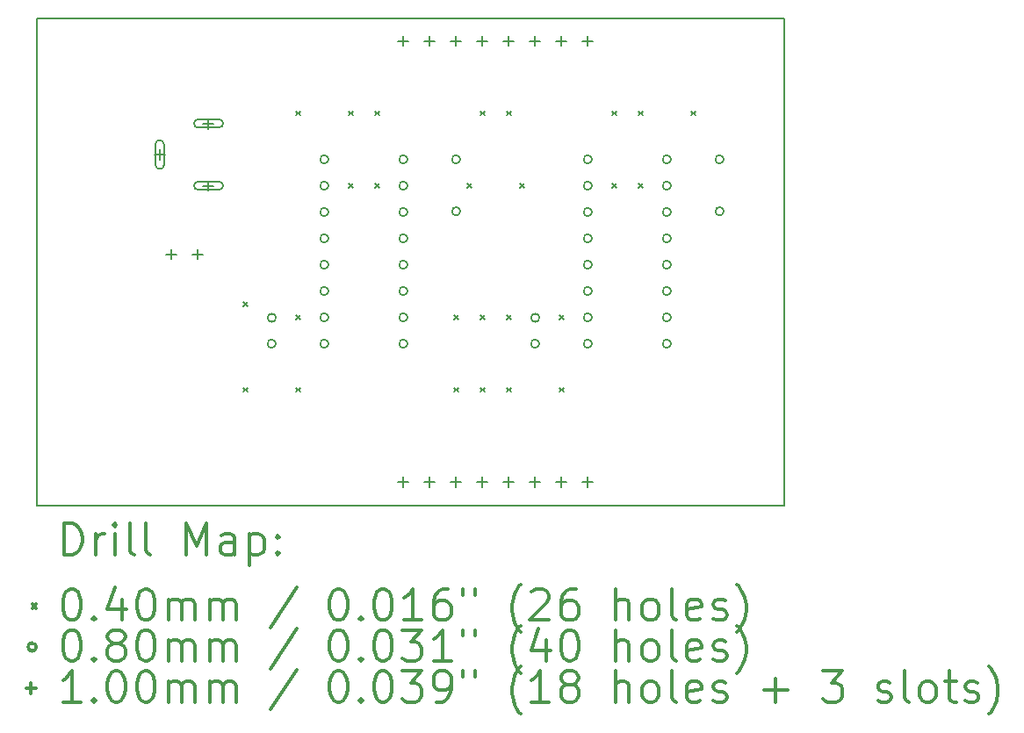
<source format=gbr>
%FSLAX45Y45*%
G04 Gerber Fmt 4.5, Leading zero omitted, Abs format (unit mm)*
G04 Created by KiCad (PCBNEW 4.0.1-stable) date 2017年05月07日日曜日 11:35:40*
%MOMM*%
G01*
G04 APERTURE LIST*
%ADD10C,0.127000*%
%ADD11C,0.150000*%
%ADD12C,0.200000*%
%ADD13C,0.300000*%
G04 APERTURE END LIST*
D10*
D11*
X11200000Y-13500000D02*
X18400000Y-13500000D01*
X11200000Y-8800000D02*
X11200000Y-13500000D01*
X18400000Y-8800000D02*
X18400000Y-13500000D01*
X11200000Y-8800000D02*
X18400000Y-8800000D01*
D12*
X13188000Y-11537000D02*
X13228000Y-11577000D01*
X13228000Y-11537000D02*
X13188000Y-11577000D01*
X13188000Y-12362500D02*
X13228000Y-12402500D01*
X13228000Y-12362500D02*
X13188000Y-12402500D01*
X13696000Y-9695500D02*
X13736000Y-9735500D01*
X13736000Y-9695500D02*
X13696000Y-9735500D01*
X13696000Y-11664000D02*
X13736000Y-11704000D01*
X13736000Y-11664000D02*
X13696000Y-11704000D01*
X13696000Y-12362500D02*
X13736000Y-12402500D01*
X13736000Y-12362500D02*
X13696000Y-12402500D01*
X14204000Y-9695500D02*
X14244000Y-9735500D01*
X14244000Y-9695500D02*
X14204000Y-9735500D01*
X14204000Y-10394000D02*
X14244000Y-10434000D01*
X14244000Y-10394000D02*
X14204000Y-10434000D01*
X14458000Y-9695500D02*
X14498000Y-9735500D01*
X14498000Y-9695500D02*
X14458000Y-9735500D01*
X14458000Y-10394000D02*
X14498000Y-10434000D01*
X14498000Y-10394000D02*
X14458000Y-10434000D01*
X15220000Y-11664000D02*
X15260000Y-11704000D01*
X15260000Y-11664000D02*
X15220000Y-11704000D01*
X15220000Y-12362500D02*
X15260000Y-12402500D01*
X15260000Y-12362500D02*
X15220000Y-12402500D01*
X15347000Y-10394000D02*
X15387000Y-10434000D01*
X15387000Y-10394000D02*
X15347000Y-10434000D01*
X15474000Y-9695500D02*
X15514000Y-9735500D01*
X15514000Y-9695500D02*
X15474000Y-9735500D01*
X15474000Y-11664000D02*
X15514000Y-11704000D01*
X15514000Y-11664000D02*
X15474000Y-11704000D01*
X15474000Y-12362500D02*
X15514000Y-12402500D01*
X15514000Y-12362500D02*
X15474000Y-12402500D01*
X15728000Y-9695500D02*
X15768000Y-9735500D01*
X15768000Y-9695500D02*
X15728000Y-9735500D01*
X15728000Y-11664000D02*
X15768000Y-11704000D01*
X15768000Y-11664000D02*
X15728000Y-11704000D01*
X15728000Y-12362500D02*
X15768000Y-12402500D01*
X15768000Y-12362500D02*
X15728000Y-12402500D01*
X15855000Y-10394000D02*
X15895000Y-10434000D01*
X15895000Y-10394000D02*
X15855000Y-10434000D01*
X16236000Y-11664000D02*
X16276000Y-11704000D01*
X16276000Y-11664000D02*
X16236000Y-11704000D01*
X16236000Y-12362500D02*
X16276000Y-12402500D01*
X16276000Y-12362500D02*
X16236000Y-12402500D01*
X16744000Y-9695500D02*
X16784000Y-9735500D01*
X16784000Y-9695500D02*
X16744000Y-9735500D01*
X16744000Y-10394000D02*
X16784000Y-10434000D01*
X16784000Y-10394000D02*
X16744000Y-10434000D01*
X16998000Y-9695500D02*
X17038000Y-9735500D01*
X17038000Y-9695500D02*
X16998000Y-9735500D01*
X16998000Y-10394000D02*
X17038000Y-10434000D01*
X17038000Y-10394000D02*
X16998000Y-10434000D01*
X17506000Y-9695500D02*
X17546000Y-9735500D01*
X17546000Y-9695500D02*
X17506000Y-9735500D01*
X13502000Y-11688000D02*
G75*
G03X13502000Y-11688000I-40000J0D01*
G01*
X13502000Y-11938000D02*
G75*
G03X13502000Y-11938000I-40000J0D01*
G01*
X14010000Y-10160000D02*
G75*
G03X14010000Y-10160000I-40000J0D01*
G01*
X14010000Y-10414000D02*
G75*
G03X14010000Y-10414000I-40000J0D01*
G01*
X14010000Y-10668000D02*
G75*
G03X14010000Y-10668000I-40000J0D01*
G01*
X14010000Y-10922000D02*
G75*
G03X14010000Y-10922000I-40000J0D01*
G01*
X14010000Y-11176000D02*
G75*
G03X14010000Y-11176000I-40000J0D01*
G01*
X14010000Y-11430000D02*
G75*
G03X14010000Y-11430000I-40000J0D01*
G01*
X14010000Y-11684000D02*
G75*
G03X14010000Y-11684000I-40000J0D01*
G01*
X14010000Y-11938000D02*
G75*
G03X14010000Y-11938000I-40000J0D01*
G01*
X14772000Y-10160000D02*
G75*
G03X14772000Y-10160000I-40000J0D01*
G01*
X14772000Y-10414000D02*
G75*
G03X14772000Y-10414000I-40000J0D01*
G01*
X14772000Y-10668000D02*
G75*
G03X14772000Y-10668000I-40000J0D01*
G01*
X14772000Y-10922000D02*
G75*
G03X14772000Y-10922000I-40000J0D01*
G01*
X14772000Y-11176000D02*
G75*
G03X14772000Y-11176000I-40000J0D01*
G01*
X14772000Y-11430000D02*
G75*
G03X14772000Y-11430000I-40000J0D01*
G01*
X14772000Y-11684000D02*
G75*
G03X14772000Y-11684000I-40000J0D01*
G01*
X14772000Y-11938000D02*
G75*
G03X14772000Y-11938000I-40000J0D01*
G01*
X15280000Y-10160000D02*
G75*
G03X15280000Y-10160000I-40000J0D01*
G01*
X15280000Y-10660000D02*
G75*
G03X15280000Y-10660000I-40000J0D01*
G01*
X16042000Y-11688000D02*
G75*
G03X16042000Y-11688000I-40000J0D01*
G01*
X16042000Y-11938000D02*
G75*
G03X16042000Y-11938000I-40000J0D01*
G01*
X16550000Y-10160000D02*
G75*
G03X16550000Y-10160000I-40000J0D01*
G01*
X16550000Y-10414000D02*
G75*
G03X16550000Y-10414000I-40000J0D01*
G01*
X16550000Y-10668000D02*
G75*
G03X16550000Y-10668000I-40000J0D01*
G01*
X16550000Y-10922000D02*
G75*
G03X16550000Y-10922000I-40000J0D01*
G01*
X16550000Y-11176000D02*
G75*
G03X16550000Y-11176000I-40000J0D01*
G01*
X16550000Y-11430000D02*
G75*
G03X16550000Y-11430000I-40000J0D01*
G01*
X16550000Y-11684000D02*
G75*
G03X16550000Y-11684000I-40000J0D01*
G01*
X16550000Y-11938000D02*
G75*
G03X16550000Y-11938000I-40000J0D01*
G01*
X17312000Y-10160000D02*
G75*
G03X17312000Y-10160000I-40000J0D01*
G01*
X17312000Y-10414000D02*
G75*
G03X17312000Y-10414000I-40000J0D01*
G01*
X17312000Y-10668000D02*
G75*
G03X17312000Y-10668000I-40000J0D01*
G01*
X17312000Y-10922000D02*
G75*
G03X17312000Y-10922000I-40000J0D01*
G01*
X17312000Y-11176000D02*
G75*
G03X17312000Y-11176000I-40000J0D01*
G01*
X17312000Y-11430000D02*
G75*
G03X17312000Y-11430000I-40000J0D01*
G01*
X17312000Y-11684000D02*
G75*
G03X17312000Y-11684000I-40000J0D01*
G01*
X17312000Y-11938000D02*
G75*
G03X17312000Y-11938000I-40000J0D01*
G01*
X17820000Y-10160000D02*
G75*
G03X17820000Y-10160000I-40000J0D01*
G01*
X17820000Y-10660000D02*
G75*
G03X17820000Y-10660000I-40000J0D01*
G01*
X12382400Y-10064000D02*
X12382400Y-10164000D01*
X12332400Y-10114000D02*
X12432400Y-10114000D01*
X12342400Y-10014000D02*
X12342400Y-10214000D01*
X12422400Y-10014000D02*
X12422400Y-10214000D01*
X12342400Y-10214000D02*
G75*
G03X12422400Y-10214000I40000J0D01*
G01*
X12422400Y-10014000D02*
G75*
G03X12342400Y-10014000I-40000J0D01*
G01*
X12496800Y-11024400D02*
X12496800Y-11124400D01*
X12446800Y-11074400D02*
X12546800Y-11074400D01*
X12750800Y-11024400D02*
X12750800Y-11124400D01*
X12700800Y-11074400D02*
X12800800Y-11074400D01*
X12852400Y-9764000D02*
X12852400Y-9864000D01*
X12802400Y-9814000D02*
X12902400Y-9814000D01*
X12952400Y-9774000D02*
X12752400Y-9774000D01*
X12952400Y-9854000D02*
X12752400Y-9854000D01*
X12752400Y-9774000D02*
G75*
G03X12752400Y-9854000I0J-40000D01*
G01*
X12952400Y-9854000D02*
G75*
G03X12952400Y-9774000I0J40000D01*
G01*
X12852400Y-10364000D02*
X12852400Y-10464000D01*
X12802400Y-10414000D02*
X12902400Y-10414000D01*
X12952400Y-10374000D02*
X12752400Y-10374000D01*
X12952400Y-10454000D02*
X12752400Y-10454000D01*
X12752400Y-10374000D02*
G75*
G03X12752400Y-10454000I0J-40000D01*
G01*
X12952400Y-10454000D02*
G75*
G03X12952400Y-10374000I0J40000D01*
G01*
X14732000Y-8967000D02*
X14732000Y-9067000D01*
X14682000Y-9017000D02*
X14782000Y-9017000D01*
X14732000Y-13221500D02*
X14732000Y-13321500D01*
X14682000Y-13271500D02*
X14782000Y-13271500D01*
X14986000Y-8967000D02*
X14986000Y-9067000D01*
X14936000Y-9017000D02*
X15036000Y-9017000D01*
X14986000Y-13221500D02*
X14986000Y-13321500D01*
X14936000Y-13271500D02*
X15036000Y-13271500D01*
X15240000Y-8967000D02*
X15240000Y-9067000D01*
X15190000Y-9017000D02*
X15290000Y-9017000D01*
X15240000Y-13221500D02*
X15240000Y-13321500D01*
X15190000Y-13271500D02*
X15290000Y-13271500D01*
X15494000Y-8967000D02*
X15494000Y-9067000D01*
X15444000Y-9017000D02*
X15544000Y-9017000D01*
X15494000Y-13221500D02*
X15494000Y-13321500D01*
X15444000Y-13271500D02*
X15544000Y-13271500D01*
X15748000Y-8967000D02*
X15748000Y-9067000D01*
X15698000Y-9017000D02*
X15798000Y-9017000D01*
X15748000Y-13221500D02*
X15748000Y-13321500D01*
X15698000Y-13271500D02*
X15798000Y-13271500D01*
X16002000Y-8967000D02*
X16002000Y-9067000D01*
X15952000Y-9017000D02*
X16052000Y-9017000D01*
X16002000Y-13221500D02*
X16002000Y-13321500D01*
X15952000Y-13271500D02*
X16052000Y-13271500D01*
X16256000Y-8967000D02*
X16256000Y-9067000D01*
X16206000Y-9017000D02*
X16306000Y-9017000D01*
X16256000Y-13221500D02*
X16256000Y-13321500D01*
X16206000Y-13271500D02*
X16306000Y-13271500D01*
X16510000Y-8967000D02*
X16510000Y-9067000D01*
X16460000Y-9017000D02*
X16560000Y-9017000D01*
X16510000Y-13221500D02*
X16510000Y-13321500D01*
X16460000Y-13271500D02*
X16560000Y-13271500D01*
D13*
X11463928Y-13973214D02*
X11463928Y-13673214D01*
X11535357Y-13673214D01*
X11578214Y-13687500D01*
X11606786Y-13716071D01*
X11621071Y-13744643D01*
X11635357Y-13801786D01*
X11635357Y-13844643D01*
X11621071Y-13901786D01*
X11606786Y-13930357D01*
X11578214Y-13958929D01*
X11535357Y-13973214D01*
X11463928Y-13973214D01*
X11763928Y-13973214D02*
X11763928Y-13773214D01*
X11763928Y-13830357D02*
X11778214Y-13801786D01*
X11792500Y-13787500D01*
X11821071Y-13773214D01*
X11849643Y-13773214D01*
X11949643Y-13973214D02*
X11949643Y-13773214D01*
X11949643Y-13673214D02*
X11935357Y-13687500D01*
X11949643Y-13701786D01*
X11963928Y-13687500D01*
X11949643Y-13673214D01*
X11949643Y-13701786D01*
X12135357Y-13973214D02*
X12106786Y-13958929D01*
X12092500Y-13930357D01*
X12092500Y-13673214D01*
X12292500Y-13973214D02*
X12263928Y-13958929D01*
X12249643Y-13930357D01*
X12249643Y-13673214D01*
X12635357Y-13973214D02*
X12635357Y-13673214D01*
X12735357Y-13887500D01*
X12835357Y-13673214D01*
X12835357Y-13973214D01*
X13106786Y-13973214D02*
X13106786Y-13816071D01*
X13092500Y-13787500D01*
X13063928Y-13773214D01*
X13006786Y-13773214D01*
X12978214Y-13787500D01*
X13106786Y-13958929D02*
X13078214Y-13973214D01*
X13006786Y-13973214D01*
X12978214Y-13958929D01*
X12963928Y-13930357D01*
X12963928Y-13901786D01*
X12978214Y-13873214D01*
X13006786Y-13858929D01*
X13078214Y-13858929D01*
X13106786Y-13844643D01*
X13249643Y-13773214D02*
X13249643Y-14073214D01*
X13249643Y-13787500D02*
X13278214Y-13773214D01*
X13335357Y-13773214D01*
X13363928Y-13787500D01*
X13378214Y-13801786D01*
X13392500Y-13830357D01*
X13392500Y-13916071D01*
X13378214Y-13944643D01*
X13363928Y-13958929D01*
X13335357Y-13973214D01*
X13278214Y-13973214D01*
X13249643Y-13958929D01*
X13521071Y-13944643D02*
X13535357Y-13958929D01*
X13521071Y-13973214D01*
X13506786Y-13958929D01*
X13521071Y-13944643D01*
X13521071Y-13973214D01*
X13521071Y-13787500D02*
X13535357Y-13801786D01*
X13521071Y-13816071D01*
X13506786Y-13801786D01*
X13521071Y-13787500D01*
X13521071Y-13816071D01*
X11152500Y-14447500D02*
X11192500Y-14487500D01*
X11192500Y-14447500D02*
X11152500Y-14487500D01*
X11521071Y-14303214D02*
X11549643Y-14303214D01*
X11578214Y-14317500D01*
X11592500Y-14331786D01*
X11606786Y-14360357D01*
X11621071Y-14417500D01*
X11621071Y-14488929D01*
X11606786Y-14546071D01*
X11592500Y-14574643D01*
X11578214Y-14588929D01*
X11549643Y-14603214D01*
X11521071Y-14603214D01*
X11492500Y-14588929D01*
X11478214Y-14574643D01*
X11463928Y-14546071D01*
X11449643Y-14488929D01*
X11449643Y-14417500D01*
X11463928Y-14360357D01*
X11478214Y-14331786D01*
X11492500Y-14317500D01*
X11521071Y-14303214D01*
X11749643Y-14574643D02*
X11763928Y-14588929D01*
X11749643Y-14603214D01*
X11735357Y-14588929D01*
X11749643Y-14574643D01*
X11749643Y-14603214D01*
X12021071Y-14403214D02*
X12021071Y-14603214D01*
X11949643Y-14288929D02*
X11878214Y-14503214D01*
X12063928Y-14503214D01*
X12235357Y-14303214D02*
X12263928Y-14303214D01*
X12292500Y-14317500D01*
X12306786Y-14331786D01*
X12321071Y-14360357D01*
X12335357Y-14417500D01*
X12335357Y-14488929D01*
X12321071Y-14546071D01*
X12306786Y-14574643D01*
X12292500Y-14588929D01*
X12263928Y-14603214D01*
X12235357Y-14603214D01*
X12206786Y-14588929D01*
X12192500Y-14574643D01*
X12178214Y-14546071D01*
X12163928Y-14488929D01*
X12163928Y-14417500D01*
X12178214Y-14360357D01*
X12192500Y-14331786D01*
X12206786Y-14317500D01*
X12235357Y-14303214D01*
X12463928Y-14603214D02*
X12463928Y-14403214D01*
X12463928Y-14431786D02*
X12478214Y-14417500D01*
X12506786Y-14403214D01*
X12549643Y-14403214D01*
X12578214Y-14417500D01*
X12592500Y-14446071D01*
X12592500Y-14603214D01*
X12592500Y-14446071D02*
X12606786Y-14417500D01*
X12635357Y-14403214D01*
X12678214Y-14403214D01*
X12706786Y-14417500D01*
X12721071Y-14446071D01*
X12721071Y-14603214D01*
X12863928Y-14603214D02*
X12863928Y-14403214D01*
X12863928Y-14431786D02*
X12878214Y-14417500D01*
X12906786Y-14403214D01*
X12949643Y-14403214D01*
X12978214Y-14417500D01*
X12992500Y-14446071D01*
X12992500Y-14603214D01*
X12992500Y-14446071D02*
X13006786Y-14417500D01*
X13035357Y-14403214D01*
X13078214Y-14403214D01*
X13106786Y-14417500D01*
X13121071Y-14446071D01*
X13121071Y-14603214D01*
X13706786Y-14288929D02*
X13449643Y-14674643D01*
X14092500Y-14303214D02*
X14121071Y-14303214D01*
X14149643Y-14317500D01*
X14163928Y-14331786D01*
X14178214Y-14360357D01*
X14192500Y-14417500D01*
X14192500Y-14488929D01*
X14178214Y-14546071D01*
X14163928Y-14574643D01*
X14149643Y-14588929D01*
X14121071Y-14603214D01*
X14092500Y-14603214D01*
X14063928Y-14588929D01*
X14049643Y-14574643D01*
X14035357Y-14546071D01*
X14021071Y-14488929D01*
X14021071Y-14417500D01*
X14035357Y-14360357D01*
X14049643Y-14331786D01*
X14063928Y-14317500D01*
X14092500Y-14303214D01*
X14321071Y-14574643D02*
X14335357Y-14588929D01*
X14321071Y-14603214D01*
X14306786Y-14588929D01*
X14321071Y-14574643D01*
X14321071Y-14603214D01*
X14521071Y-14303214D02*
X14549643Y-14303214D01*
X14578214Y-14317500D01*
X14592500Y-14331786D01*
X14606785Y-14360357D01*
X14621071Y-14417500D01*
X14621071Y-14488929D01*
X14606785Y-14546071D01*
X14592500Y-14574643D01*
X14578214Y-14588929D01*
X14549643Y-14603214D01*
X14521071Y-14603214D01*
X14492500Y-14588929D01*
X14478214Y-14574643D01*
X14463928Y-14546071D01*
X14449643Y-14488929D01*
X14449643Y-14417500D01*
X14463928Y-14360357D01*
X14478214Y-14331786D01*
X14492500Y-14317500D01*
X14521071Y-14303214D01*
X14906785Y-14603214D02*
X14735357Y-14603214D01*
X14821071Y-14603214D02*
X14821071Y-14303214D01*
X14792500Y-14346071D01*
X14763928Y-14374643D01*
X14735357Y-14388929D01*
X15163928Y-14303214D02*
X15106785Y-14303214D01*
X15078214Y-14317500D01*
X15063928Y-14331786D01*
X15035357Y-14374643D01*
X15021071Y-14431786D01*
X15021071Y-14546071D01*
X15035357Y-14574643D01*
X15049643Y-14588929D01*
X15078214Y-14603214D01*
X15135357Y-14603214D01*
X15163928Y-14588929D01*
X15178214Y-14574643D01*
X15192500Y-14546071D01*
X15192500Y-14474643D01*
X15178214Y-14446071D01*
X15163928Y-14431786D01*
X15135357Y-14417500D01*
X15078214Y-14417500D01*
X15049643Y-14431786D01*
X15035357Y-14446071D01*
X15021071Y-14474643D01*
X15306786Y-14303214D02*
X15306786Y-14360357D01*
X15421071Y-14303214D02*
X15421071Y-14360357D01*
X15863928Y-14717500D02*
X15849643Y-14703214D01*
X15821071Y-14660357D01*
X15806785Y-14631786D01*
X15792500Y-14588929D01*
X15778214Y-14517500D01*
X15778214Y-14460357D01*
X15792500Y-14388929D01*
X15806785Y-14346071D01*
X15821071Y-14317500D01*
X15849643Y-14274643D01*
X15863928Y-14260357D01*
X15963928Y-14331786D02*
X15978214Y-14317500D01*
X16006785Y-14303214D01*
X16078214Y-14303214D01*
X16106785Y-14317500D01*
X16121071Y-14331786D01*
X16135357Y-14360357D01*
X16135357Y-14388929D01*
X16121071Y-14431786D01*
X15949643Y-14603214D01*
X16135357Y-14603214D01*
X16392500Y-14303214D02*
X16335357Y-14303214D01*
X16306785Y-14317500D01*
X16292500Y-14331786D01*
X16263928Y-14374643D01*
X16249643Y-14431786D01*
X16249643Y-14546071D01*
X16263928Y-14574643D01*
X16278214Y-14588929D01*
X16306785Y-14603214D01*
X16363928Y-14603214D01*
X16392500Y-14588929D01*
X16406785Y-14574643D01*
X16421071Y-14546071D01*
X16421071Y-14474643D01*
X16406785Y-14446071D01*
X16392500Y-14431786D01*
X16363928Y-14417500D01*
X16306785Y-14417500D01*
X16278214Y-14431786D01*
X16263928Y-14446071D01*
X16249643Y-14474643D01*
X16778214Y-14603214D02*
X16778214Y-14303214D01*
X16906786Y-14603214D02*
X16906786Y-14446071D01*
X16892500Y-14417500D01*
X16863928Y-14403214D01*
X16821071Y-14403214D01*
X16792500Y-14417500D01*
X16778214Y-14431786D01*
X17092500Y-14603214D02*
X17063928Y-14588929D01*
X17049643Y-14574643D01*
X17035357Y-14546071D01*
X17035357Y-14460357D01*
X17049643Y-14431786D01*
X17063928Y-14417500D01*
X17092500Y-14403214D01*
X17135357Y-14403214D01*
X17163928Y-14417500D01*
X17178214Y-14431786D01*
X17192500Y-14460357D01*
X17192500Y-14546071D01*
X17178214Y-14574643D01*
X17163928Y-14588929D01*
X17135357Y-14603214D01*
X17092500Y-14603214D01*
X17363928Y-14603214D02*
X17335357Y-14588929D01*
X17321071Y-14560357D01*
X17321071Y-14303214D01*
X17592500Y-14588929D02*
X17563929Y-14603214D01*
X17506786Y-14603214D01*
X17478214Y-14588929D01*
X17463929Y-14560357D01*
X17463929Y-14446071D01*
X17478214Y-14417500D01*
X17506786Y-14403214D01*
X17563929Y-14403214D01*
X17592500Y-14417500D01*
X17606786Y-14446071D01*
X17606786Y-14474643D01*
X17463929Y-14503214D01*
X17721071Y-14588929D02*
X17749643Y-14603214D01*
X17806786Y-14603214D01*
X17835357Y-14588929D01*
X17849643Y-14560357D01*
X17849643Y-14546071D01*
X17835357Y-14517500D01*
X17806786Y-14503214D01*
X17763929Y-14503214D01*
X17735357Y-14488929D01*
X17721071Y-14460357D01*
X17721071Y-14446071D01*
X17735357Y-14417500D01*
X17763929Y-14403214D01*
X17806786Y-14403214D01*
X17835357Y-14417500D01*
X17949643Y-14717500D02*
X17963929Y-14703214D01*
X17992500Y-14660357D01*
X18006786Y-14631786D01*
X18021071Y-14588929D01*
X18035357Y-14517500D01*
X18035357Y-14460357D01*
X18021071Y-14388929D01*
X18006786Y-14346071D01*
X17992500Y-14317500D01*
X17963929Y-14274643D01*
X17949643Y-14260357D01*
X11192500Y-14863500D02*
G75*
G03X11192500Y-14863500I-40000J0D01*
G01*
X11521071Y-14699214D02*
X11549643Y-14699214D01*
X11578214Y-14713500D01*
X11592500Y-14727786D01*
X11606786Y-14756357D01*
X11621071Y-14813500D01*
X11621071Y-14884929D01*
X11606786Y-14942071D01*
X11592500Y-14970643D01*
X11578214Y-14984929D01*
X11549643Y-14999214D01*
X11521071Y-14999214D01*
X11492500Y-14984929D01*
X11478214Y-14970643D01*
X11463928Y-14942071D01*
X11449643Y-14884929D01*
X11449643Y-14813500D01*
X11463928Y-14756357D01*
X11478214Y-14727786D01*
X11492500Y-14713500D01*
X11521071Y-14699214D01*
X11749643Y-14970643D02*
X11763928Y-14984929D01*
X11749643Y-14999214D01*
X11735357Y-14984929D01*
X11749643Y-14970643D01*
X11749643Y-14999214D01*
X11935357Y-14827786D02*
X11906786Y-14813500D01*
X11892500Y-14799214D01*
X11878214Y-14770643D01*
X11878214Y-14756357D01*
X11892500Y-14727786D01*
X11906786Y-14713500D01*
X11935357Y-14699214D01*
X11992500Y-14699214D01*
X12021071Y-14713500D01*
X12035357Y-14727786D01*
X12049643Y-14756357D01*
X12049643Y-14770643D01*
X12035357Y-14799214D01*
X12021071Y-14813500D01*
X11992500Y-14827786D01*
X11935357Y-14827786D01*
X11906786Y-14842071D01*
X11892500Y-14856357D01*
X11878214Y-14884929D01*
X11878214Y-14942071D01*
X11892500Y-14970643D01*
X11906786Y-14984929D01*
X11935357Y-14999214D01*
X11992500Y-14999214D01*
X12021071Y-14984929D01*
X12035357Y-14970643D01*
X12049643Y-14942071D01*
X12049643Y-14884929D01*
X12035357Y-14856357D01*
X12021071Y-14842071D01*
X11992500Y-14827786D01*
X12235357Y-14699214D02*
X12263928Y-14699214D01*
X12292500Y-14713500D01*
X12306786Y-14727786D01*
X12321071Y-14756357D01*
X12335357Y-14813500D01*
X12335357Y-14884929D01*
X12321071Y-14942071D01*
X12306786Y-14970643D01*
X12292500Y-14984929D01*
X12263928Y-14999214D01*
X12235357Y-14999214D01*
X12206786Y-14984929D01*
X12192500Y-14970643D01*
X12178214Y-14942071D01*
X12163928Y-14884929D01*
X12163928Y-14813500D01*
X12178214Y-14756357D01*
X12192500Y-14727786D01*
X12206786Y-14713500D01*
X12235357Y-14699214D01*
X12463928Y-14999214D02*
X12463928Y-14799214D01*
X12463928Y-14827786D02*
X12478214Y-14813500D01*
X12506786Y-14799214D01*
X12549643Y-14799214D01*
X12578214Y-14813500D01*
X12592500Y-14842071D01*
X12592500Y-14999214D01*
X12592500Y-14842071D02*
X12606786Y-14813500D01*
X12635357Y-14799214D01*
X12678214Y-14799214D01*
X12706786Y-14813500D01*
X12721071Y-14842071D01*
X12721071Y-14999214D01*
X12863928Y-14999214D02*
X12863928Y-14799214D01*
X12863928Y-14827786D02*
X12878214Y-14813500D01*
X12906786Y-14799214D01*
X12949643Y-14799214D01*
X12978214Y-14813500D01*
X12992500Y-14842071D01*
X12992500Y-14999214D01*
X12992500Y-14842071D02*
X13006786Y-14813500D01*
X13035357Y-14799214D01*
X13078214Y-14799214D01*
X13106786Y-14813500D01*
X13121071Y-14842071D01*
X13121071Y-14999214D01*
X13706786Y-14684929D02*
X13449643Y-15070643D01*
X14092500Y-14699214D02*
X14121071Y-14699214D01*
X14149643Y-14713500D01*
X14163928Y-14727786D01*
X14178214Y-14756357D01*
X14192500Y-14813500D01*
X14192500Y-14884929D01*
X14178214Y-14942071D01*
X14163928Y-14970643D01*
X14149643Y-14984929D01*
X14121071Y-14999214D01*
X14092500Y-14999214D01*
X14063928Y-14984929D01*
X14049643Y-14970643D01*
X14035357Y-14942071D01*
X14021071Y-14884929D01*
X14021071Y-14813500D01*
X14035357Y-14756357D01*
X14049643Y-14727786D01*
X14063928Y-14713500D01*
X14092500Y-14699214D01*
X14321071Y-14970643D02*
X14335357Y-14984929D01*
X14321071Y-14999214D01*
X14306786Y-14984929D01*
X14321071Y-14970643D01*
X14321071Y-14999214D01*
X14521071Y-14699214D02*
X14549643Y-14699214D01*
X14578214Y-14713500D01*
X14592500Y-14727786D01*
X14606785Y-14756357D01*
X14621071Y-14813500D01*
X14621071Y-14884929D01*
X14606785Y-14942071D01*
X14592500Y-14970643D01*
X14578214Y-14984929D01*
X14549643Y-14999214D01*
X14521071Y-14999214D01*
X14492500Y-14984929D01*
X14478214Y-14970643D01*
X14463928Y-14942071D01*
X14449643Y-14884929D01*
X14449643Y-14813500D01*
X14463928Y-14756357D01*
X14478214Y-14727786D01*
X14492500Y-14713500D01*
X14521071Y-14699214D01*
X14721071Y-14699214D02*
X14906785Y-14699214D01*
X14806785Y-14813500D01*
X14849643Y-14813500D01*
X14878214Y-14827786D01*
X14892500Y-14842071D01*
X14906785Y-14870643D01*
X14906785Y-14942071D01*
X14892500Y-14970643D01*
X14878214Y-14984929D01*
X14849643Y-14999214D01*
X14763928Y-14999214D01*
X14735357Y-14984929D01*
X14721071Y-14970643D01*
X15192500Y-14999214D02*
X15021071Y-14999214D01*
X15106785Y-14999214D02*
X15106785Y-14699214D01*
X15078214Y-14742071D01*
X15049643Y-14770643D01*
X15021071Y-14784929D01*
X15306786Y-14699214D02*
X15306786Y-14756357D01*
X15421071Y-14699214D02*
X15421071Y-14756357D01*
X15863928Y-15113500D02*
X15849643Y-15099214D01*
X15821071Y-15056357D01*
X15806785Y-15027786D01*
X15792500Y-14984929D01*
X15778214Y-14913500D01*
X15778214Y-14856357D01*
X15792500Y-14784929D01*
X15806785Y-14742071D01*
X15821071Y-14713500D01*
X15849643Y-14670643D01*
X15863928Y-14656357D01*
X16106785Y-14799214D02*
X16106785Y-14999214D01*
X16035357Y-14684929D02*
X15963928Y-14899214D01*
X16149643Y-14899214D01*
X16321071Y-14699214D02*
X16349643Y-14699214D01*
X16378214Y-14713500D01*
X16392500Y-14727786D01*
X16406785Y-14756357D01*
X16421071Y-14813500D01*
X16421071Y-14884929D01*
X16406785Y-14942071D01*
X16392500Y-14970643D01*
X16378214Y-14984929D01*
X16349643Y-14999214D01*
X16321071Y-14999214D01*
X16292500Y-14984929D01*
X16278214Y-14970643D01*
X16263928Y-14942071D01*
X16249643Y-14884929D01*
X16249643Y-14813500D01*
X16263928Y-14756357D01*
X16278214Y-14727786D01*
X16292500Y-14713500D01*
X16321071Y-14699214D01*
X16778214Y-14999214D02*
X16778214Y-14699214D01*
X16906786Y-14999214D02*
X16906786Y-14842071D01*
X16892500Y-14813500D01*
X16863928Y-14799214D01*
X16821071Y-14799214D01*
X16792500Y-14813500D01*
X16778214Y-14827786D01*
X17092500Y-14999214D02*
X17063928Y-14984929D01*
X17049643Y-14970643D01*
X17035357Y-14942071D01*
X17035357Y-14856357D01*
X17049643Y-14827786D01*
X17063928Y-14813500D01*
X17092500Y-14799214D01*
X17135357Y-14799214D01*
X17163928Y-14813500D01*
X17178214Y-14827786D01*
X17192500Y-14856357D01*
X17192500Y-14942071D01*
X17178214Y-14970643D01*
X17163928Y-14984929D01*
X17135357Y-14999214D01*
X17092500Y-14999214D01*
X17363928Y-14999214D02*
X17335357Y-14984929D01*
X17321071Y-14956357D01*
X17321071Y-14699214D01*
X17592500Y-14984929D02*
X17563929Y-14999214D01*
X17506786Y-14999214D01*
X17478214Y-14984929D01*
X17463929Y-14956357D01*
X17463929Y-14842071D01*
X17478214Y-14813500D01*
X17506786Y-14799214D01*
X17563929Y-14799214D01*
X17592500Y-14813500D01*
X17606786Y-14842071D01*
X17606786Y-14870643D01*
X17463929Y-14899214D01*
X17721071Y-14984929D02*
X17749643Y-14999214D01*
X17806786Y-14999214D01*
X17835357Y-14984929D01*
X17849643Y-14956357D01*
X17849643Y-14942071D01*
X17835357Y-14913500D01*
X17806786Y-14899214D01*
X17763929Y-14899214D01*
X17735357Y-14884929D01*
X17721071Y-14856357D01*
X17721071Y-14842071D01*
X17735357Y-14813500D01*
X17763929Y-14799214D01*
X17806786Y-14799214D01*
X17835357Y-14813500D01*
X17949643Y-15113500D02*
X17963929Y-15099214D01*
X17992500Y-15056357D01*
X18006786Y-15027786D01*
X18021071Y-14984929D01*
X18035357Y-14913500D01*
X18035357Y-14856357D01*
X18021071Y-14784929D01*
X18006786Y-14742071D01*
X17992500Y-14713500D01*
X17963929Y-14670643D01*
X17949643Y-14656357D01*
X11142500Y-15209500D02*
X11142500Y-15309500D01*
X11092500Y-15259500D02*
X11192500Y-15259500D01*
X11621071Y-15395214D02*
X11449643Y-15395214D01*
X11535357Y-15395214D02*
X11535357Y-15095214D01*
X11506786Y-15138071D01*
X11478214Y-15166643D01*
X11449643Y-15180929D01*
X11749643Y-15366643D02*
X11763928Y-15380929D01*
X11749643Y-15395214D01*
X11735357Y-15380929D01*
X11749643Y-15366643D01*
X11749643Y-15395214D01*
X11949643Y-15095214D02*
X11978214Y-15095214D01*
X12006786Y-15109500D01*
X12021071Y-15123786D01*
X12035357Y-15152357D01*
X12049643Y-15209500D01*
X12049643Y-15280929D01*
X12035357Y-15338071D01*
X12021071Y-15366643D01*
X12006786Y-15380929D01*
X11978214Y-15395214D01*
X11949643Y-15395214D01*
X11921071Y-15380929D01*
X11906786Y-15366643D01*
X11892500Y-15338071D01*
X11878214Y-15280929D01*
X11878214Y-15209500D01*
X11892500Y-15152357D01*
X11906786Y-15123786D01*
X11921071Y-15109500D01*
X11949643Y-15095214D01*
X12235357Y-15095214D02*
X12263928Y-15095214D01*
X12292500Y-15109500D01*
X12306786Y-15123786D01*
X12321071Y-15152357D01*
X12335357Y-15209500D01*
X12335357Y-15280929D01*
X12321071Y-15338071D01*
X12306786Y-15366643D01*
X12292500Y-15380929D01*
X12263928Y-15395214D01*
X12235357Y-15395214D01*
X12206786Y-15380929D01*
X12192500Y-15366643D01*
X12178214Y-15338071D01*
X12163928Y-15280929D01*
X12163928Y-15209500D01*
X12178214Y-15152357D01*
X12192500Y-15123786D01*
X12206786Y-15109500D01*
X12235357Y-15095214D01*
X12463928Y-15395214D02*
X12463928Y-15195214D01*
X12463928Y-15223786D02*
X12478214Y-15209500D01*
X12506786Y-15195214D01*
X12549643Y-15195214D01*
X12578214Y-15209500D01*
X12592500Y-15238071D01*
X12592500Y-15395214D01*
X12592500Y-15238071D02*
X12606786Y-15209500D01*
X12635357Y-15195214D01*
X12678214Y-15195214D01*
X12706786Y-15209500D01*
X12721071Y-15238071D01*
X12721071Y-15395214D01*
X12863928Y-15395214D02*
X12863928Y-15195214D01*
X12863928Y-15223786D02*
X12878214Y-15209500D01*
X12906786Y-15195214D01*
X12949643Y-15195214D01*
X12978214Y-15209500D01*
X12992500Y-15238071D01*
X12992500Y-15395214D01*
X12992500Y-15238071D02*
X13006786Y-15209500D01*
X13035357Y-15195214D01*
X13078214Y-15195214D01*
X13106786Y-15209500D01*
X13121071Y-15238071D01*
X13121071Y-15395214D01*
X13706786Y-15080929D02*
X13449643Y-15466643D01*
X14092500Y-15095214D02*
X14121071Y-15095214D01*
X14149643Y-15109500D01*
X14163928Y-15123786D01*
X14178214Y-15152357D01*
X14192500Y-15209500D01*
X14192500Y-15280929D01*
X14178214Y-15338071D01*
X14163928Y-15366643D01*
X14149643Y-15380929D01*
X14121071Y-15395214D01*
X14092500Y-15395214D01*
X14063928Y-15380929D01*
X14049643Y-15366643D01*
X14035357Y-15338071D01*
X14021071Y-15280929D01*
X14021071Y-15209500D01*
X14035357Y-15152357D01*
X14049643Y-15123786D01*
X14063928Y-15109500D01*
X14092500Y-15095214D01*
X14321071Y-15366643D02*
X14335357Y-15380929D01*
X14321071Y-15395214D01*
X14306786Y-15380929D01*
X14321071Y-15366643D01*
X14321071Y-15395214D01*
X14521071Y-15095214D02*
X14549643Y-15095214D01*
X14578214Y-15109500D01*
X14592500Y-15123786D01*
X14606785Y-15152357D01*
X14621071Y-15209500D01*
X14621071Y-15280929D01*
X14606785Y-15338071D01*
X14592500Y-15366643D01*
X14578214Y-15380929D01*
X14549643Y-15395214D01*
X14521071Y-15395214D01*
X14492500Y-15380929D01*
X14478214Y-15366643D01*
X14463928Y-15338071D01*
X14449643Y-15280929D01*
X14449643Y-15209500D01*
X14463928Y-15152357D01*
X14478214Y-15123786D01*
X14492500Y-15109500D01*
X14521071Y-15095214D01*
X14721071Y-15095214D02*
X14906785Y-15095214D01*
X14806785Y-15209500D01*
X14849643Y-15209500D01*
X14878214Y-15223786D01*
X14892500Y-15238071D01*
X14906785Y-15266643D01*
X14906785Y-15338071D01*
X14892500Y-15366643D01*
X14878214Y-15380929D01*
X14849643Y-15395214D01*
X14763928Y-15395214D01*
X14735357Y-15380929D01*
X14721071Y-15366643D01*
X15049643Y-15395214D02*
X15106785Y-15395214D01*
X15135357Y-15380929D01*
X15149643Y-15366643D01*
X15178214Y-15323786D01*
X15192500Y-15266643D01*
X15192500Y-15152357D01*
X15178214Y-15123786D01*
X15163928Y-15109500D01*
X15135357Y-15095214D01*
X15078214Y-15095214D01*
X15049643Y-15109500D01*
X15035357Y-15123786D01*
X15021071Y-15152357D01*
X15021071Y-15223786D01*
X15035357Y-15252357D01*
X15049643Y-15266643D01*
X15078214Y-15280929D01*
X15135357Y-15280929D01*
X15163928Y-15266643D01*
X15178214Y-15252357D01*
X15192500Y-15223786D01*
X15306786Y-15095214D02*
X15306786Y-15152357D01*
X15421071Y-15095214D02*
X15421071Y-15152357D01*
X15863928Y-15509500D02*
X15849643Y-15495214D01*
X15821071Y-15452357D01*
X15806785Y-15423786D01*
X15792500Y-15380929D01*
X15778214Y-15309500D01*
X15778214Y-15252357D01*
X15792500Y-15180929D01*
X15806785Y-15138071D01*
X15821071Y-15109500D01*
X15849643Y-15066643D01*
X15863928Y-15052357D01*
X16135357Y-15395214D02*
X15963928Y-15395214D01*
X16049643Y-15395214D02*
X16049643Y-15095214D01*
X16021071Y-15138071D01*
X15992500Y-15166643D01*
X15963928Y-15180929D01*
X16306785Y-15223786D02*
X16278214Y-15209500D01*
X16263928Y-15195214D01*
X16249643Y-15166643D01*
X16249643Y-15152357D01*
X16263928Y-15123786D01*
X16278214Y-15109500D01*
X16306785Y-15095214D01*
X16363928Y-15095214D01*
X16392500Y-15109500D01*
X16406785Y-15123786D01*
X16421071Y-15152357D01*
X16421071Y-15166643D01*
X16406785Y-15195214D01*
X16392500Y-15209500D01*
X16363928Y-15223786D01*
X16306785Y-15223786D01*
X16278214Y-15238071D01*
X16263928Y-15252357D01*
X16249643Y-15280929D01*
X16249643Y-15338071D01*
X16263928Y-15366643D01*
X16278214Y-15380929D01*
X16306785Y-15395214D01*
X16363928Y-15395214D01*
X16392500Y-15380929D01*
X16406785Y-15366643D01*
X16421071Y-15338071D01*
X16421071Y-15280929D01*
X16406785Y-15252357D01*
X16392500Y-15238071D01*
X16363928Y-15223786D01*
X16778214Y-15395214D02*
X16778214Y-15095214D01*
X16906786Y-15395214D02*
X16906786Y-15238071D01*
X16892500Y-15209500D01*
X16863928Y-15195214D01*
X16821071Y-15195214D01*
X16792500Y-15209500D01*
X16778214Y-15223786D01*
X17092500Y-15395214D02*
X17063928Y-15380929D01*
X17049643Y-15366643D01*
X17035357Y-15338071D01*
X17035357Y-15252357D01*
X17049643Y-15223786D01*
X17063928Y-15209500D01*
X17092500Y-15195214D01*
X17135357Y-15195214D01*
X17163928Y-15209500D01*
X17178214Y-15223786D01*
X17192500Y-15252357D01*
X17192500Y-15338071D01*
X17178214Y-15366643D01*
X17163928Y-15380929D01*
X17135357Y-15395214D01*
X17092500Y-15395214D01*
X17363928Y-15395214D02*
X17335357Y-15380929D01*
X17321071Y-15352357D01*
X17321071Y-15095214D01*
X17592500Y-15380929D02*
X17563929Y-15395214D01*
X17506786Y-15395214D01*
X17478214Y-15380929D01*
X17463929Y-15352357D01*
X17463929Y-15238071D01*
X17478214Y-15209500D01*
X17506786Y-15195214D01*
X17563929Y-15195214D01*
X17592500Y-15209500D01*
X17606786Y-15238071D01*
X17606786Y-15266643D01*
X17463929Y-15295214D01*
X17721071Y-15380929D02*
X17749643Y-15395214D01*
X17806786Y-15395214D01*
X17835357Y-15380929D01*
X17849643Y-15352357D01*
X17849643Y-15338071D01*
X17835357Y-15309500D01*
X17806786Y-15295214D01*
X17763929Y-15295214D01*
X17735357Y-15280929D01*
X17721071Y-15252357D01*
X17721071Y-15238071D01*
X17735357Y-15209500D01*
X17763929Y-15195214D01*
X17806786Y-15195214D01*
X17835357Y-15209500D01*
X18206786Y-15280929D02*
X18435357Y-15280929D01*
X18321071Y-15395214D02*
X18321071Y-15166643D01*
X18778214Y-15095214D02*
X18963928Y-15095214D01*
X18863928Y-15209500D01*
X18906786Y-15209500D01*
X18935357Y-15223786D01*
X18949643Y-15238071D01*
X18963928Y-15266643D01*
X18963928Y-15338071D01*
X18949643Y-15366643D01*
X18935357Y-15380929D01*
X18906786Y-15395214D01*
X18821071Y-15395214D01*
X18792500Y-15380929D01*
X18778214Y-15366643D01*
X19306786Y-15380929D02*
X19335357Y-15395214D01*
X19392500Y-15395214D01*
X19421071Y-15380929D01*
X19435357Y-15352357D01*
X19435357Y-15338071D01*
X19421071Y-15309500D01*
X19392500Y-15295214D01*
X19349643Y-15295214D01*
X19321071Y-15280929D01*
X19306786Y-15252357D01*
X19306786Y-15238071D01*
X19321071Y-15209500D01*
X19349643Y-15195214D01*
X19392500Y-15195214D01*
X19421071Y-15209500D01*
X19606786Y-15395214D02*
X19578214Y-15380929D01*
X19563928Y-15352357D01*
X19563928Y-15095214D01*
X19763928Y-15395214D02*
X19735357Y-15380929D01*
X19721071Y-15366643D01*
X19706786Y-15338071D01*
X19706786Y-15252357D01*
X19721071Y-15223786D01*
X19735357Y-15209500D01*
X19763928Y-15195214D01*
X19806786Y-15195214D01*
X19835357Y-15209500D01*
X19849643Y-15223786D01*
X19863928Y-15252357D01*
X19863928Y-15338071D01*
X19849643Y-15366643D01*
X19835357Y-15380929D01*
X19806786Y-15395214D01*
X19763928Y-15395214D01*
X19949643Y-15195214D02*
X20063928Y-15195214D01*
X19992500Y-15095214D02*
X19992500Y-15352357D01*
X20006786Y-15380929D01*
X20035357Y-15395214D01*
X20063928Y-15395214D01*
X20149643Y-15380929D02*
X20178214Y-15395214D01*
X20235357Y-15395214D01*
X20263929Y-15380929D01*
X20278214Y-15352357D01*
X20278214Y-15338071D01*
X20263929Y-15309500D01*
X20235357Y-15295214D01*
X20192500Y-15295214D01*
X20163929Y-15280929D01*
X20149643Y-15252357D01*
X20149643Y-15238071D01*
X20163929Y-15209500D01*
X20192500Y-15195214D01*
X20235357Y-15195214D01*
X20263929Y-15209500D01*
X20378214Y-15509500D02*
X20392500Y-15495214D01*
X20421071Y-15452357D01*
X20435357Y-15423786D01*
X20449643Y-15380929D01*
X20463928Y-15309500D01*
X20463928Y-15252357D01*
X20449643Y-15180929D01*
X20435357Y-15138071D01*
X20421071Y-15109500D01*
X20392500Y-15066643D01*
X20378214Y-15052357D01*
M02*

</source>
